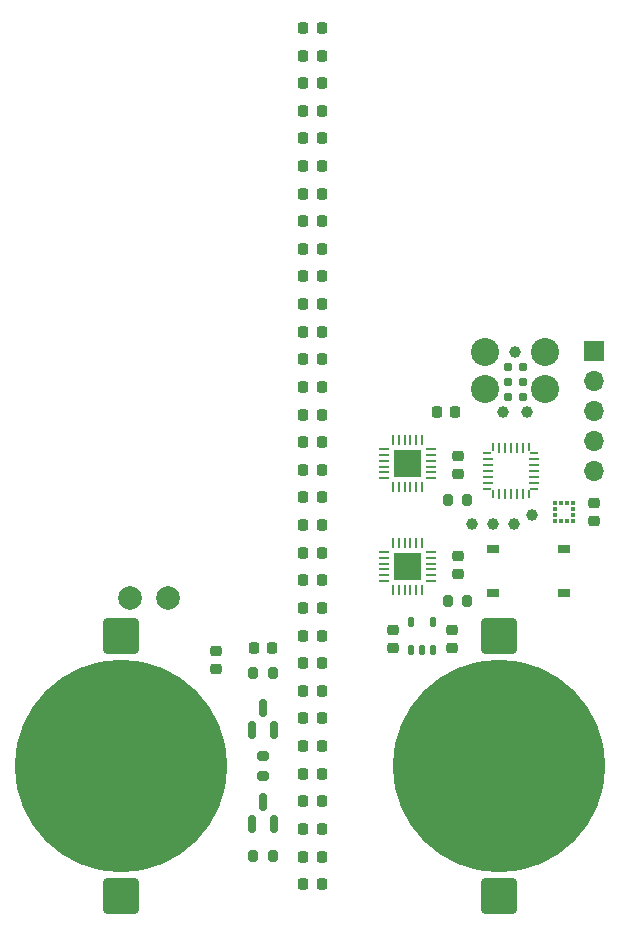
<source format=gbr>
%TF.GenerationSoftware,KiCad,Pcbnew,8.0.1*%
%TF.CreationDate,2024-05-16T01:37:04-04:00*%
%TF.ProjectId,opensauce2024,6f70656e-7361-4756-9365-323032342e6b,rev?*%
%TF.SameCoordinates,Original*%
%TF.FileFunction,Soldermask,Top*%
%TF.FilePolarity,Negative*%
%FSLAX46Y46*%
G04 Gerber Fmt 4.6, Leading zero omitted, Abs format (unit mm)*
G04 Created by KiCad (PCBNEW 8.0.1) date 2024-05-16 01:37:04*
%MOMM*%
%LPD*%
G01*
G04 APERTURE LIST*
G04 Aperture macros list*
%AMRoundRect*
0 Rectangle with rounded corners*
0 $1 Rounding radius*
0 $2 $3 $4 $5 $6 $7 $8 $9 X,Y pos of 4 corners*
0 Add a 4 corners polygon primitive as box body*
4,1,4,$2,$3,$4,$5,$6,$7,$8,$9,$2,$3,0*
0 Add four circle primitives for the rounded corners*
1,1,$1+$1,$2,$3*
1,1,$1+$1,$4,$5*
1,1,$1+$1,$6,$7*
1,1,$1+$1,$8,$9*
0 Add four rect primitives between the rounded corners*
20,1,$1+$1,$2,$3,$4,$5,0*
20,1,$1+$1,$4,$5,$6,$7,0*
20,1,$1+$1,$6,$7,$8,$9,0*
20,1,$1+$1,$8,$9,$2,$3,0*%
%AMFreePoly0*
4,1,14,0.230680,0.111820,0.364320,-0.021820,0.377500,-0.053640,0.377500,-0.080000,0.364320,-0.111820,0.332500,-0.125000,-0.332500,-0.125000,-0.364320,-0.111820,-0.377500,-0.080000,-0.377500,0.080000,-0.364320,0.111820,-0.332500,0.125000,0.198860,0.125000,0.230680,0.111820,0.230680,0.111820,$1*%
%AMFreePoly1*
4,1,14,0.364320,0.111820,0.377500,0.080000,0.377500,0.053640,0.364320,0.021820,0.230680,-0.111820,0.198860,-0.125000,-0.332500,-0.125000,-0.364320,-0.111820,-0.377500,-0.080000,-0.377500,0.080000,-0.364320,0.111820,-0.332500,0.125000,0.332500,0.125000,0.364320,0.111820,0.364320,0.111820,$1*%
%AMFreePoly2*
4,1,14,0.111820,0.364320,0.125000,0.332500,0.125000,-0.332500,0.111820,-0.364320,0.080000,-0.377500,-0.080000,-0.377500,-0.111820,-0.364320,-0.125000,-0.332500,-0.125000,0.198860,-0.111820,0.230680,0.021820,0.364320,0.053640,0.377500,0.080000,0.377500,0.111820,0.364320,0.111820,0.364320,$1*%
%AMFreePoly3*
4,1,14,-0.021820,0.364320,0.111820,0.230680,0.125000,0.198860,0.125000,-0.332500,0.111820,-0.364320,0.080000,-0.377500,-0.080000,-0.377500,-0.111820,-0.364320,-0.125000,-0.332500,-0.125000,0.332500,-0.111820,0.364320,-0.080000,0.377500,-0.053640,0.377500,-0.021820,0.364320,-0.021820,0.364320,$1*%
%AMFreePoly4*
4,1,14,0.364320,0.111820,0.377500,0.080000,0.377500,-0.080000,0.364320,-0.111820,0.332500,-0.125000,-0.198860,-0.125000,-0.230680,-0.111820,-0.364320,0.021820,-0.377500,0.053640,-0.377500,0.080000,-0.364320,0.111820,-0.332500,0.125000,0.332500,0.125000,0.364320,0.111820,0.364320,0.111820,$1*%
%AMFreePoly5*
4,1,14,0.364320,0.111820,0.377500,0.080000,0.377500,-0.080000,0.364320,-0.111820,0.332500,-0.125000,-0.332500,-0.125000,-0.364320,-0.111820,-0.377500,-0.080000,-0.377500,-0.053640,-0.364320,-0.021820,-0.230680,0.111820,-0.198860,0.125000,0.332500,0.125000,0.364320,0.111820,0.364320,0.111820,$1*%
%AMFreePoly6*
4,1,14,0.111820,0.364320,0.125000,0.332500,0.125000,-0.198860,0.111820,-0.230680,-0.021820,-0.364320,-0.053640,-0.377500,-0.080000,-0.377500,-0.111820,-0.364320,-0.125000,-0.332500,-0.125000,0.332500,-0.111820,0.364320,-0.080000,0.377500,0.080000,0.377500,0.111820,0.364320,0.111820,0.364320,$1*%
%AMFreePoly7*
4,1,14,0.111820,0.364320,0.125000,0.332500,0.125000,-0.332500,0.111820,-0.364320,0.080000,-0.377500,0.053640,-0.377500,0.021820,-0.364320,-0.111820,-0.230680,-0.125000,-0.198860,-0.125000,0.332500,-0.111820,0.364320,-0.080000,0.377500,0.080000,0.377500,0.111820,0.364320,0.111820,0.364320,$1*%
G04 Aperture macros list end*
%ADD10C,0.000000*%
%ADD11C,2.000000*%
%ADD12RoundRect,0.137500X0.137500X-0.262500X0.137500X0.262500X-0.137500X0.262500X-0.137500X-0.262500X0*%
%ADD13C,1.000000*%
%ADD14R,0.350000X0.375000*%
%ADD15R,0.375000X0.350000*%
%ADD16RoundRect,0.218750X0.218750X0.256250X-0.218750X0.256250X-0.218750X-0.256250X0.218750X-0.256250X0*%
%ADD17RoundRect,0.225000X-0.250000X0.225000X-0.250000X-0.225000X0.250000X-0.225000X0.250000X0.225000X0*%
%ADD18RoundRect,0.200000X0.200000X0.275000X-0.200000X0.275000X-0.200000X-0.275000X0.200000X-0.275000X0*%
%ADD19RoundRect,0.200000X-0.200000X-0.275000X0.200000X-0.275000X0.200000X0.275000X-0.200000X0.275000X0*%
%ADD20R,0.280000X0.850000*%
%ADD21R,0.850000X0.280000*%
%ADD22C,2.374900*%
%ADD23C,0.990600*%
%ADD24C,0.787400*%
%ADD25RoundRect,0.240000X-1.260000X1.260000X-1.260000X-1.260000X1.260000X-1.260000X1.260000X1.260000X0*%
%ADD26C,18.000000*%
%ADD27FreePoly0,0.000000*%
%ADD28RoundRect,0.062500X-0.375000X-0.062500X0.375000X-0.062500X0.375000X0.062500X-0.375000X0.062500X0*%
%ADD29FreePoly1,0.000000*%
%ADD30FreePoly2,0.000000*%
%ADD31RoundRect,0.062500X-0.062500X-0.375000X0.062500X-0.375000X0.062500X0.375000X-0.062500X0.375000X0*%
%ADD32FreePoly3,0.000000*%
%ADD33FreePoly4,0.000000*%
%ADD34FreePoly5,0.000000*%
%ADD35FreePoly6,0.000000*%
%ADD36FreePoly7,0.000000*%
%ADD37RoundRect,0.225000X0.250000X-0.225000X0.250000X0.225000X-0.250000X0.225000X-0.250000X-0.225000X0*%
%ADD38RoundRect,0.200000X-0.275000X0.200000X-0.275000X-0.200000X0.275000X-0.200000X0.275000X0.200000X0*%
%ADD39R,1.000000X0.750000*%
%ADD40RoundRect,0.150000X0.150000X-0.587500X0.150000X0.587500X-0.150000X0.587500X-0.150000X-0.587500X0*%
%ADD41RoundRect,0.225000X0.225000X0.250000X-0.225000X0.250000X-0.225000X-0.250000X0.225000X-0.250000X0*%
%ADD42RoundRect,0.240000X1.260000X-1.260000X1.260000X1.260000X-1.260000X1.260000X-1.260000X-1.260000X0*%
%ADD43R,1.700000X1.700000*%
%ADD44O,1.700000X1.700000*%
G04 APERTURE END LIST*
D10*
%TO.C,U3*%
G36*
X150863500Y-103507200D02*
G01*
X148643700Y-103507200D01*
X148643700Y-101280200D01*
X150863500Y-101280200D01*
X150863500Y-103507200D01*
G37*
%TO.C,U5*%
G36*
X150863500Y-112219800D02*
G01*
X148643700Y-112219800D01*
X148643700Y-109992800D01*
X150863500Y-109992800D01*
X150863500Y-112219800D01*
G37*
%TD*%
D11*
%TO.C,TP6*%
X129500000Y-113750000D03*
%TD*%
%TO.C,TP5*%
X126250000Y-113750000D03*
%TD*%
D12*
%TO.C,U2*%
X150050000Y-118187500D03*
X151000000Y-118187500D03*
X151950000Y-118187500D03*
X151950000Y-115787500D03*
X150050000Y-115787500D03*
%TD*%
D13*
%TO.C,TP4*%
X158750000Y-107500000D03*
%TD*%
%TO.C,TP3*%
X157000000Y-107500000D03*
%TD*%
%TO.C,TP2*%
X160250000Y-106750000D03*
%TD*%
%TO.C,TP1*%
X155250000Y-107500000D03*
%TD*%
D14*
%TO.C,U4*%
X162250000Y-107262500D03*
X162750000Y-107262500D03*
X163250000Y-107262500D03*
X163750000Y-107262500D03*
D15*
X163762500Y-106750000D03*
X163762500Y-106250000D03*
D14*
X163750000Y-105737500D03*
X163250000Y-105737500D03*
X162750000Y-105737500D03*
X162250000Y-105737500D03*
D15*
X162237500Y-106250000D03*
X162237500Y-106750000D03*
%TD*%
D16*
%TO.C,D21*%
X142500000Y-112274180D03*
X140925000Y-112274180D03*
%TD*%
D17*
%TO.C,C4*%
X154000000Y-101725000D03*
X154000000Y-103275000D03*
%TD*%
D16*
%TO.C,D5*%
X142500000Y-74854836D03*
X140925000Y-74854836D03*
%TD*%
D18*
%TO.C,R2*%
X138325000Y-120105000D03*
X136675000Y-120105000D03*
%TD*%
D16*
%TO.C,D30*%
X142500000Y-133322561D03*
X140925000Y-133322561D03*
%TD*%
D19*
%TO.C,R1*%
X153175000Y-114000000D03*
X154825000Y-114000000D03*
%TD*%
D20*
%TO.C,U3*%
X151000000Y-100418700D03*
X150500001Y-100418700D03*
X150000000Y-100418700D03*
X149500000Y-100418700D03*
X148999999Y-100418700D03*
X148500000Y-100418700D03*
D21*
X147775000Y-101143385D03*
X147775000Y-101643511D03*
X147775000Y-102143637D03*
X147775000Y-102643763D03*
X147775000Y-103143889D03*
X147775000Y-103644015D03*
D20*
X148500000Y-104368700D03*
X148999999Y-104368700D03*
X149500000Y-104368700D03*
X150000000Y-104368700D03*
X150500001Y-104368700D03*
X151000000Y-104368700D03*
D21*
X151725000Y-103644015D03*
X151725000Y-103143889D03*
X151725000Y-102643763D03*
X151725000Y-102143637D03*
X151725000Y-101643511D03*
X151725000Y-101143385D03*
%TD*%
D16*
%TO.C,D16*%
X142500000Y-100580635D03*
X140925000Y-100580635D03*
%TD*%
D22*
%TO.C,J1*%
X161405000Y-92920000D03*
D23*
X158865000Y-92920000D03*
D22*
X156325000Y-92920000D03*
X161405000Y-96095000D03*
X156325000Y-96095000D03*
D23*
X159881000Y-98000000D03*
X157849000Y-98000000D03*
D24*
X158230000Y-94190000D03*
X159500000Y-94190000D03*
X158230000Y-95460000D03*
X159500000Y-95460000D03*
X158230000Y-96730000D03*
X159500000Y-96730000D03*
%TD*%
D16*
%TO.C,D6*%
X142500000Y-77193545D03*
X140925000Y-77193545D03*
%TD*%
%TO.C,D32*%
X142500000Y-138000000D03*
X140925000Y-138000000D03*
%TD*%
%TO.C,D19*%
X142500000Y-107596762D03*
X140925000Y-107596762D03*
%TD*%
%TO.C,D28*%
X142500000Y-128645143D03*
X140925000Y-128645143D03*
%TD*%
%TO.C,D8*%
X142500000Y-81870963D03*
X140925000Y-81870963D03*
%TD*%
%TO.C,D12*%
X142500000Y-91225799D03*
X140925000Y-91225799D03*
%TD*%
D19*
%TO.C,R5*%
X136675000Y-135600000D03*
X138325000Y-135600000D03*
%TD*%
D16*
%TO.C,D3*%
X142500000Y-70177418D03*
X140925000Y-70177418D03*
%TD*%
%TO.C,D17*%
X142500000Y-102919344D03*
X140925000Y-102919344D03*
%TD*%
D17*
%TO.C,C3*%
X133500000Y-118225000D03*
X133500000Y-119775000D03*
%TD*%
D16*
%TO.C,D22*%
X142500000Y-114612889D03*
X140925000Y-114612889D03*
%TD*%
%TO.C,D31*%
X142500000Y-135661270D03*
X140925000Y-135661270D03*
%TD*%
%TO.C,D9*%
X142500000Y-84209672D03*
X140925000Y-84209672D03*
%TD*%
D25*
%TO.C,BT2*%
X157500000Y-117000000D03*
X157500000Y-139000000D03*
D26*
X157500000Y-128000000D03*
%TD*%
D27*
%TO.C,U1*%
X156502500Y-101500000D03*
D28*
X156562500Y-102000000D03*
X156562500Y-102500000D03*
X156562500Y-103000000D03*
X156562500Y-103500000D03*
X156562500Y-104000000D03*
D29*
X156502500Y-104500000D03*
D30*
X157000000Y-104997500D03*
D31*
X157500000Y-104937500D03*
X158000000Y-104937500D03*
X158500000Y-104937500D03*
X159000000Y-104937500D03*
X159500000Y-104937500D03*
D32*
X160000000Y-104997500D03*
D33*
X160497500Y-104500000D03*
D28*
X160437500Y-104000000D03*
X160437500Y-103500000D03*
X160437500Y-103000000D03*
X160437500Y-102500000D03*
X160437500Y-102000000D03*
D34*
X160497500Y-101500000D03*
D35*
X160000000Y-101002500D03*
D31*
X159500000Y-101062500D03*
X159000000Y-101062500D03*
X158500000Y-101062500D03*
X158000000Y-101062500D03*
X157500000Y-101062500D03*
D36*
X157000000Y-101002500D03*
%TD*%
D37*
%TO.C,C2*%
X153500000Y-118025000D03*
X153500000Y-116475000D03*
%TD*%
D16*
%TO.C,D26*%
X142500000Y-123967725D03*
X140925000Y-123967725D03*
%TD*%
D37*
%TO.C,C1*%
X148500000Y-118025000D03*
X148500000Y-116475000D03*
%TD*%
D38*
%TO.C,R3*%
X137500000Y-127175000D03*
X137500000Y-128825000D03*
%TD*%
D16*
%TO.C,D25*%
X142500000Y-121629016D03*
X140925000Y-121629016D03*
%TD*%
D39*
%TO.C,SW1*%
X163000000Y-113375000D03*
X157000000Y-113375000D03*
X163000000Y-109625000D03*
X157000000Y-109625000D03*
%TD*%
D40*
%TO.C,Q1*%
X136550000Y-124937500D03*
X138450000Y-124937500D03*
X137500000Y-123062500D03*
%TD*%
D16*
%TO.C,D4*%
X142500000Y-72516127D03*
X140925000Y-72516127D03*
%TD*%
D20*
%TO.C,U5*%
X151000000Y-109131300D03*
X150500001Y-109131300D03*
X150000000Y-109131300D03*
X149500000Y-109131300D03*
X148999999Y-109131300D03*
X148500000Y-109131300D03*
D21*
X147775000Y-109855985D03*
X147775000Y-110356111D03*
X147775000Y-110856237D03*
X147775000Y-111356363D03*
X147775000Y-111856489D03*
X147775000Y-112356615D03*
D20*
X148500000Y-113081300D03*
X148999999Y-113081300D03*
X149500000Y-113081300D03*
X150000000Y-113081300D03*
X150500001Y-113081300D03*
X151000000Y-113081300D03*
D21*
X151725000Y-112356615D03*
X151725000Y-111856489D03*
X151725000Y-111356363D03*
X151725000Y-110856237D03*
X151725000Y-110356111D03*
X151725000Y-109855985D03*
%TD*%
D16*
%TO.C,D11*%
X142500000Y-88887090D03*
X140925000Y-88887090D03*
%TD*%
%TO.C,D1*%
X142500000Y-65500000D03*
X140925000Y-65500000D03*
%TD*%
D41*
%TO.C,C6*%
X138275000Y-118000000D03*
X136725000Y-118000000D03*
%TD*%
D16*
%TO.C,D18*%
X142500000Y-105258053D03*
X140925000Y-105258053D03*
%TD*%
D41*
%TO.C,C9*%
X153775000Y-98000000D03*
X152225000Y-98000000D03*
%TD*%
D16*
%TO.C,D7*%
X142500000Y-79532254D03*
X140925000Y-79532254D03*
%TD*%
D37*
%TO.C,C8*%
X154000000Y-111775000D03*
X154000000Y-110225000D03*
%TD*%
D16*
%TO.C,D27*%
X142500000Y-126306434D03*
X140925000Y-126306434D03*
%TD*%
%TO.C,D10*%
X142500000Y-86548381D03*
X140925000Y-86548381D03*
%TD*%
%TO.C,D13*%
X142500000Y-93564508D03*
X140925000Y-93564508D03*
%TD*%
%TO.C,D20*%
X142500000Y-109935471D03*
X140925000Y-109935471D03*
%TD*%
D19*
%TO.C,R4*%
X153175000Y-105500000D03*
X154825000Y-105500000D03*
%TD*%
D16*
%TO.C,D23*%
X142500000Y-116951598D03*
X140925000Y-116951598D03*
%TD*%
D40*
%TO.C,Q2*%
X136550000Y-132937500D03*
X138450000Y-132937500D03*
X137500000Y-131062500D03*
%TD*%
D16*
%TO.C,D14*%
X142500000Y-95903217D03*
X140925000Y-95903217D03*
%TD*%
%TO.C,D15*%
X142500000Y-98241926D03*
X140925000Y-98241926D03*
%TD*%
D17*
%TO.C,C5*%
X165500000Y-105725000D03*
X165500000Y-107275000D03*
%TD*%
D16*
%TO.C,D2*%
X142500000Y-67838709D03*
X140925000Y-67838709D03*
%TD*%
D42*
%TO.C,BT1*%
X125500000Y-139000000D03*
X125500000Y-117000000D03*
D26*
X125500000Y-128000000D03*
%TD*%
D43*
%TO.C,J2*%
X165500000Y-92840000D03*
D44*
X165500000Y-95380000D03*
X165500000Y-97920000D03*
X165500000Y-100460000D03*
X165500000Y-103000000D03*
%TD*%
D16*
%TO.C,D29*%
X142500000Y-130983852D03*
X140925000Y-130983852D03*
%TD*%
%TO.C,D24*%
X142500000Y-119290307D03*
X140925000Y-119290307D03*
%TD*%
M02*

</source>
